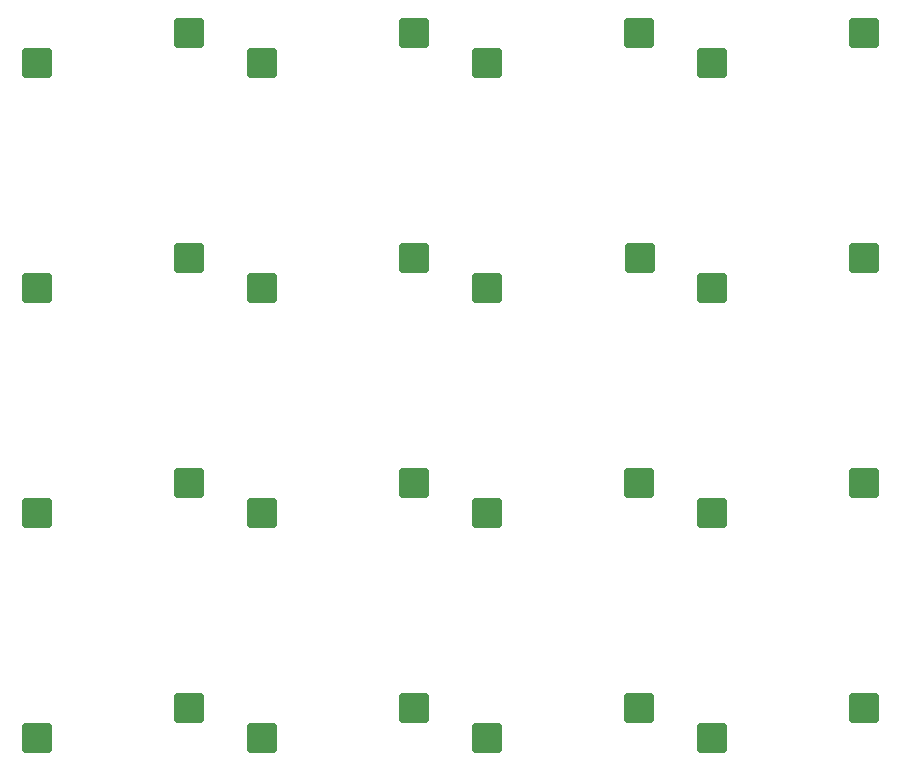
<source format=gbr>
%TF.GenerationSoftware,KiCad,Pcbnew,(6.0.7-1)-1*%
%TF.CreationDate,2022-09-13T12:36:23-04:00*%
%TF.ProjectId,KBT1,4b425431-2e6b-4696-9361-645f70636258,rev?*%
%TF.SameCoordinates,Original*%
%TF.FileFunction,Paste,Bot*%
%TF.FilePolarity,Positive*%
%FSLAX46Y46*%
G04 Gerber Fmt 4.6, Leading zero omitted, Abs format (unit mm)*
G04 Created by KiCad (PCBNEW (6.0.7-1)-1) date 2022-09-13 12:36:23*
%MOMM*%
%LPD*%
G01*
G04 APERTURE LIST*
G04 Aperture macros list*
%AMRoundRect*
0 Rectangle with rounded corners*
0 $1 Rounding radius*
0 $2 $3 $4 $5 $6 $7 $8 $9 X,Y pos of 4 corners*
0 Add a 4 corners polygon primitive as box body*
4,1,4,$2,$3,$4,$5,$6,$7,$8,$9,$2,$3,0*
0 Add four circle primitives for the rounded corners*
1,1,$1+$1,$2,$3*
1,1,$1+$1,$4,$5*
1,1,$1+$1,$6,$7*
1,1,$1+$1,$8,$9*
0 Add four rect primitives between the rounded corners*
20,1,$1+$1,$2,$3,$4,$5,0*
20,1,$1+$1,$4,$5,$6,$7,0*
20,1,$1+$1,$6,$7,$8,$9,0*
20,1,$1+$1,$8,$9,$2,$3,0*%
G04 Aperture macros list end*
%ADD10RoundRect,0.250000X-1.025000X-1.000000X1.025000X-1.000000X1.025000X1.000000X-1.025000X1.000000X0*%
G04 APERTURE END LIST*
D10*
%TO.C,K0*%
X37592000Y-24130000D03*
X24665000Y-26670000D03*
%TD*%
%TO.C,K1*%
X37592000Y-43180000D03*
X24665000Y-45720000D03*
%TD*%
%TO.C,K2*%
X37592000Y-62230000D03*
X24665000Y-64770000D03*
%TD*%
%TO.C,K3*%
X37592000Y-81280000D03*
X24665000Y-83820000D03*
%TD*%
%TO.C,K4*%
X43715000Y-26670000D03*
X56642000Y-24130000D03*
%TD*%
%TO.C,K5*%
X56642000Y-43180000D03*
X43715000Y-45720000D03*
%TD*%
%TO.C,K6*%
X56642000Y-62230000D03*
X43715000Y-64770000D03*
%TD*%
%TO.C,K7*%
X56642000Y-81280000D03*
X43715000Y-83820000D03*
%TD*%
%TO.C,K8*%
X62765000Y-26670000D03*
X75692000Y-24130000D03*
%TD*%
%TO.C,K9*%
X62840001Y-45720000D03*
X75767001Y-43180000D03*
%TD*%
%TO.C,K10*%
X62765000Y-64770000D03*
X75692000Y-62230000D03*
%TD*%
%TO.C,K11*%
X62765000Y-83820000D03*
X75692000Y-81280000D03*
%TD*%
%TO.C,K12*%
X94742000Y-24130000D03*
X81815000Y-26670000D03*
%TD*%
%TO.C,K13*%
X81815000Y-45720000D03*
X94742000Y-43180000D03*
%TD*%
%TO.C,K14*%
X94742000Y-62230000D03*
X81815000Y-64770000D03*
%TD*%
%TO.C,K15*%
X81815000Y-83820000D03*
X94742000Y-81280000D03*
%TD*%
M02*

</source>
